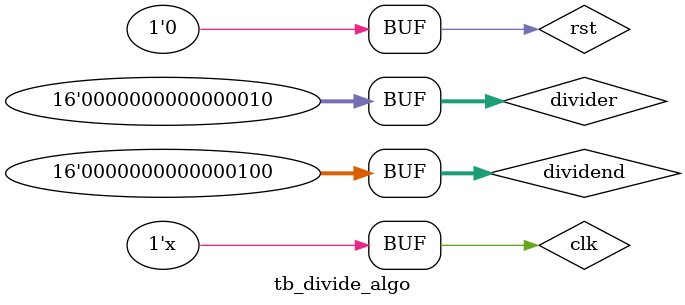
<source format=v>
`timescale 1ns / 1ps


module tb_divide_algo;

	// Inputs
	reg [15:0] dividend;
	reg [15:0] divider;
	reg clk;
	reg rst;

	// Outputs
	wire [15:0] quo;
	wire [15:0] rem;

	// Instantiate the Unit Under Test (UUT)
	divide_algo uut (
		.dividend(dividend), 
		.divider(divider), 
		.clk(clk), 
		.rst(rst), 
		.quo(quo), 
		.rem(rem)
	);

always 
#5 clk = ~clk;
	initial begin
		// Initialize Inputs
		dividend = 0;
		divider = 0;
		clk = 0;
		rst = 1;

		// Wait 100 ns for global reset to finish
		#100;
      rst = 0;  
		dividend = 16'd4;
		divider = 16'd2;
		// Add stimulus here

	end
      
endmodule


</source>
